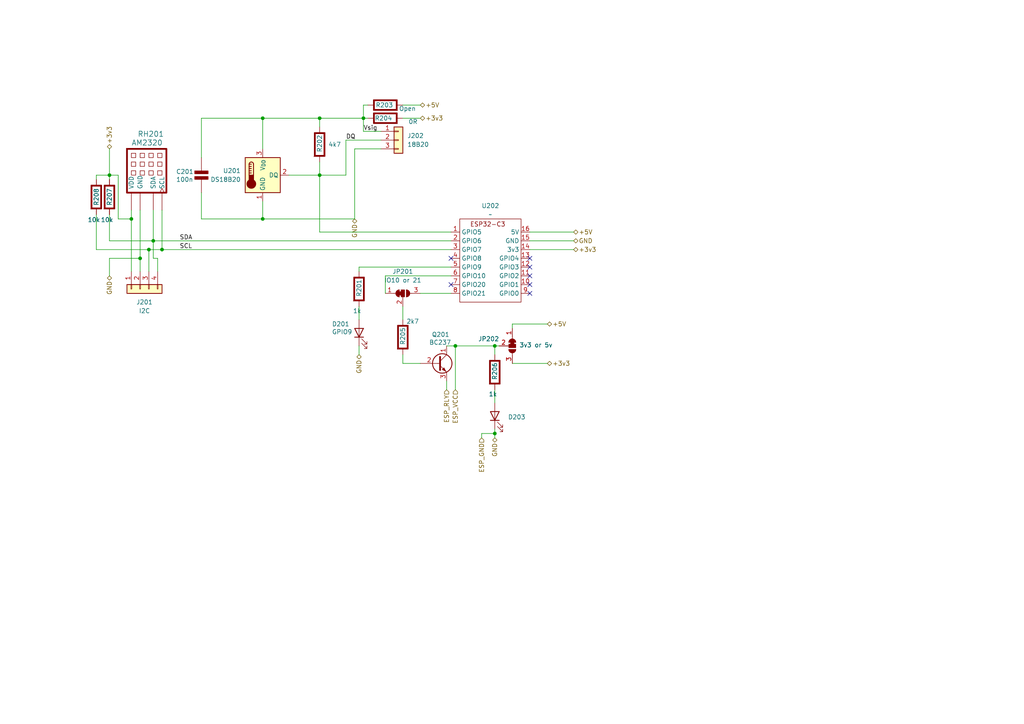
<source format=kicad_sch>
(kicad_sch (version 20231120) (generator "eeschema") (generator_version "8.0")
  (paper "A4")
  (lib_symbols
    (symbol "Connector_Generic:Conn_01x04" (pin_names (offset 1.016) hide)
      (property "Reference" "J" (at 0 5.08 0))
      (property "Value" "Conn_01x04" (at 0 -7.62 0))
      (symbol "Conn_01x04_1_1"
        (rectangle (start -1.27 -4.953) (end 0 -5.207) (stroke (width 0.1524)))
        (rectangle (start -1.27 -2.413) (end 0 -2.667) (stroke (width 0.1524)))
        (rectangle (start -1.27 0.127) (end 0 -0.127) (stroke (width 0.1524)))
        (rectangle (start -1.27 2.667) (end 0 2.413) (stroke (width 0.1524)))
        (rectangle (start -1.27 3.81) (end 1.27 -6.35) (stroke (width 0.254)) (fill (type background)))
        (pin passive line (at -5.08 2.54 0) (length 3.81) (name "Pin_1") (number "1"))
        (pin passive line (at -5.08 0 0) (length 3.81) (name "Pin_2") (number "2"))
        (pin passive line (at -5.08 -2.54 0) (length 3.81) (name "Pin_3") (number "3"))
        (pin passive line (at -5.08 -5.08 0) (length 3.81) (name "Pin_4") (number "4"))
      )
    )
    (symbol "Device:LED" (pin_numbers hide) (pin_names (offset 1.016) hide)
      (property "Reference" "D" (at 0 2.54 0))
      (property "Value" "LED" (at 0 -2.54 0))
      (symbol "LED_0_1"
        (polyline (pts (xy -1.27 -1.27) (xy -1.27 1.27)) (stroke (width 0.254)))
        (polyline (pts (xy -1.27 0) (xy 1.27 0)))
        (polyline (pts (xy 1.27 -1.27) (xy 1.27 1.27) (xy -1.27 0) (xy 1.27 -1.27)) (stroke (width 0.254)))
        (polyline (pts (xy -3.048 -0.762) (xy -4.572 -2.286) (xy -3.81 -2.286) (xy -4.572 -2.286) (xy -4.572 -1.524)))
        (polyline (pts (xy -1.778 -0.762) (xy -3.302 -2.286) (xy -2.54 -2.286) (xy -3.302 -2.286) (xy -3.302 -1.524)))
      )
      (symbol "LED_1_1"
        (pin passive line (at -3.81 0 0) (length 2.54) (name "K") (number "1"))
        (pin passive line (at 3.81 0 180) (length 2.54) (name "A") (number "2"))
      )
    )
    (symbol "Jumper:SolderJumper_3_Bridged12" (pin_names (offset 0) hide) (exclude_from_sim yes) (in_bom no)
      (property "Reference" "JP" (at -2.54 -2.54 0))
      (property "Value" "SolderJumper_3_Bridged12" (at 0 2.794 0))
      (symbol "SolderJumper_3_Bridged12_0_1"
        (rectangle (start -1.016 0.508) (end -0.508 -0.508) (fill (type outline)))
        (arc (start -1.016 1.016) (mid -2.0276 0) (end -1.016 -1.016))
        (arc (start -1.016 1.016) (mid -2.0276 0) (end -1.016 -1.016) (fill (type outline)))
        (rectangle (start -0.508 1.016) (end 0.508 -1.016) (fill (type outline)))
        (polyline (pts (xy -2.54 0) (xy -2.032 0)))
        (polyline (pts (xy -1.016 1.016) (xy -1.016 -1.016)))
        (polyline (pts (xy 0 -1.27) (xy 0 -1.016)))
        (polyline (pts (xy 1.016 1.016) (xy 1.016 -1.016)))
        (polyline (pts (xy 2.54 0) (xy 2.032 0)))
        (arc (start 1.016 -1.016) (mid 2.0276 0) (end 1.016 1.016))
        (arc (start 1.016 -1.016) (mid 2.0276 0) (end 1.016 1.016) (fill (type outline)))
      )
      (symbol "SolderJumper_3_Bridged12_1_1"
        (pin passive line (at -5.08 0 0) (length 2.54) (name "A") (number "1"))
        (pin passive line (at 0 -3.81 90) (length 2.54) (name "C") (number "2"))
        (pin passive line (at 5.08 0 180) (length 2.54) (name "B") (number "3"))
      )
    )
    (symbol "PCM_4ms_Connector:Conn_01x03" (pin_names (offset 1.016) hide)
      (property "Reference" "J" (at 0 5.08 0))
      (property "Value" "Conn_01x03" (at 0 -5.08 0))
      (symbol "Conn_01x03_1_1"
        (rectangle (start -1.27 -2.413) (end 0 -2.667) (stroke (width 0.1524)))
        (rectangle (start -1.27 0.127) (end 0 -0.127) (stroke (width 0.1524)))
        (rectangle (start -1.27 2.667) (end 0 2.413) (stroke (width 0.1524)))
        (rectangle (start -1.27 3.81) (end 1.27 -3.81) (stroke (width 0.254)) (fill (type background)))
        (pin passive line (at -5.08 2.54 0) (length 3.81) (name "Pin_1") (number "1"))
        (pin passive line (at -5.08 0 0) (length 3.81) (name "Pin_2") (number "2"))
        (pin passive line (at -5.08 -2.54 0) (length 3.81) (name "Pin_3") (number "3"))
      )
    )
    (symbol "PCM_Elektuur:C" (pin_numbers hide) (pin_names (offset 0) hide)
      (property "Reference" "C" (at 0.635 3.175 0))
      (property "Value" "C" (at 0.635 -3.175 0))
      (symbol "C_1_1"
        (rectangle (start -1.905 -0.4318) (end 1.905 -1.1938) (stroke (width 0.254)) (fill (type outline)))
        (rectangle (start -1.905 1.1938) (end 1.905 0.4318) (stroke (width 0.254)) (fill (type outline)))
        (pin passive line (at 0 5.08 270) (length 3.8862) (name "+") (number "1"))
        (pin passive line (at 0 -5.08 90) (length 3.8862) (name "-") (number "2"))
      )
      (symbol "C_1_2"
        (polyline (pts (xy -1.905 -1.4986) (xy 1.905 -1.4986) (xy 1.905 -0.4318) (xy -1.905 -0.4318) (xy -1.905 -1.4986) (xy -1.8034 -1.397) (xy -1.8034 -0.5334) (xy 1.8034 -0.5334) (xy 1.8034 -1.397) (xy -1.8034 -1.397) (xy -1.905 -1.4986)) (stroke (width 0.254)) (fill (type outline)))
        (polyline (pts (xy -1.905 0.4318) (xy 1.905 0.4318) (xy 1.905 1.4986) (xy -1.905 1.4986) (xy -1.905 0.4318) (xy -1.8034 0.5334) (xy -1.8034 1.397) (xy 1.8034 1.397) (xy 1.8034 0.5334) (xy -1.8034 0.5334) (xy -1.905 0.4318)) (stroke (width 0.254)) (fill (type outline)))
        (pin passive line (at 0 5.08 270) (length 3.5814) (name "+") (number "1"))
        (pin passive line (at 0 -5.08 90) (length 3.5814) (name "-") (number "2"))
      )
    )
    (symbol "PCM_Elektuur:R" (pin_numbers hide) (pin_names (offset 0) hide)
      (property "Reference" "R" (at 2.54 3.175 0))
      (property "Value" "R" (at 0 0 90))
      (symbol "R_1_1"
        (polyline (pts (xy -1.524 -3.429) (xy 1.524 -3.429) (xy 1.524 3.429) (xy -1.524 3.429) (xy -1.524 -3.429) (xy -1.27 -3.175) (xy -1.27 3.175) (xy 1.27 3.175) (xy 1.27 -3.175) (xy -1.27 -3.175) (xy -1.524 -3.429)) (stroke (width 0.254)) (fill (type outline)))
        (pin passive line (at 0 5.08 270) (length 1.651) (name "+") (number "1"))
        (pin passive line (at 0 -5.08 90) (length 1.651) (name "-") (number "2"))
      )
      (symbol "R_1_2"
        (polyline (pts (xy -0.508 -3.429) (xy 1.524 -3.429) (xy 1.524 3.429) (xy -0.508 3.429) (xy -0.508 3.175) (xy 1.27 3.175) (xy 1.27 -3.175) (xy -0.508 -3.175) (xy -0.508 -3.429)) (stroke (width 0.254)) (fill (type outline)))
        (pin passive line (at 0 5.08 270) (length 1.651) (name "+") (number "1"))
        (pin passive line (at 0 -5.08 90) (length 1.651) (name "-") (number "2"))
      )
      (symbol "R_1_3"
        (polyline (pts (xy 0 3.4798) (xy 0 3.2004) (xy 0.7112 2.794) (xy -1.1938 1.6764) (xy 0.7112 0.5588) (xy -1.1938 -0.5588) (xy 0.7112 -1.6764) (xy -1.1938 -2.794) (xy 0 -3.4798) (xy 0 -3.2004) (xy -0.7112 -2.794) (xy 1.1938 -1.6764) (xy -0.7112 -0.5588) (xy 1.1938 0.5588) (xy -0.7112 1.6764) (xy 1.1938 2.794) (xy 0 3.4798)) (stroke (width 0.254)) (fill (type outline)))
        (pin passive line (at 0 5.08 270) (length 1.6002) (name "+") (number "1"))
        (pin passive line (at 0 -5.08 90) (length 1.6002) (name "-") (number "2"))
      )
      (symbol "R_1_4"
        (polyline (pts (xy 0 4.5466) (xy 0 4.2672) (xy 0.0508 4.2418) (xy 1.016 3.683) (xy -1.524 2.2098) (xy 1.016 0.7366) (xy -1.524 -0.7366) (xy 1.016 -2.2098) (xy -1.524 -3.683) (xy -0.0762 -4.5212) (xy 0 -4.5466) (xy 0 -4.2672) (xy -0.0508 -4.2418) (xy -1.016 -3.683) (xy 1.524 -2.2098) (xy -1.016 -0.7366) (xy 1.524 0.7366) (xy -1.016 2.2098) (xy 1.524 3.683) (xy 0.0762 4.5212) (xy 0 4.5466)) (stroke (width 0.254)) (fill (type outline)))
        (pin passive line (at 0 5.08 270) (length 0.5334) (name "+") (number "1"))
        (pin passive line (at 0 -5.08 90) (length 0.5334) (name "-") (number "2"))
      )
    )
    (symbol "Sensor_Temperature:DS18B20"
      (property "Reference" "U" (at -3.81 6.35 0))
      (property "Value" "DS18B20" (at 6.35 6.35 0))
      (symbol "DS18B20_0_1"
        (rectangle (start -5.08 5.08) (end 5.08 -5.08) (stroke (width 0.254)) (fill (type background)))
        (circle (center -3.302 -2.54) (radius 1.27) (stroke (width 0.254)) (fill (type outline)))
        (rectangle (start -2.667 -1.905) (end -3.937 0) (stroke (width 0.254)) (fill (type outline)))
        (arc (start -2.667 3.175) (mid -3.302 3.8073) (end -3.937 3.175) (stroke (width 0.254)))
        (polyline (pts (xy -3.937 0.635) (xy -3.302 0.635)) (stroke (width 0.254)))
        (polyline (pts (xy -3.937 1.27) (xy -3.302 1.27)) (stroke (width 0.254)))
        (polyline (pts (xy -3.937 1.905) (xy -3.302 1.905)) (stroke (width 0.254)))
        (polyline (pts (xy -3.937 2.54) (xy -3.302 2.54)) (stroke (width 0.254)))
        (polyline (pts (xy -3.937 3.175) (xy -3.937 0)) (stroke (width 0.254)))
        (polyline (pts (xy -3.937 3.175) (xy -3.302 3.175)) (stroke (width 0.254)))
        (polyline (pts (xy -2.667 3.175) (xy -2.667 0)) (stroke (width 0.254)))
      )
      (symbol "DS18B20_1_1"
        (pin power_in line (at 0 -7.62 90) (length 2.54) (name "GND") (number "1"))
        (pin bidirectional line (at 7.62 0 180) (length 2.54) (name "DQ") (number "2"))
        (pin power_in line (at 0 7.62 270) (length 2.54) (name "V_{DD}") (number "3"))
      )
    )
    (symbol "Transistor_BJT:BC547" (pin_names (offset 0) hide)
      (property "Reference" "Q" (at 5.08 1.905 0))
      (property "Value" "BC547" (at 5.08 0 0))
      (symbol "BC547_0_1"
        (polyline (pts (xy 0 0) (xy 0.635 0)))
        (polyline (pts (xy 0.635 0.635) (xy 2.54 2.54)))
        (polyline (pts (xy 0.635 -0.635) (xy 2.54 -2.54) (xy 2.54 -2.54)))
        (polyline (pts (xy 0.635 1.905) (xy 0.635 -1.905) (xy 0.635 -1.905)) (stroke (width 0.508)))
        (polyline (pts (xy 1.27 -1.778) (xy 1.778 -1.27) (xy 2.286 -2.286) (xy 1.27 -1.778) (xy 1.27 -1.778)) (fill (type outline)))
        (circle (center 1.27 0) (radius 2.8194) (stroke (width 0.254)))
      )
      (symbol "BC547_1_1"
        (pin passive line (at 2.54 5.08 270) (length 2.54) (name "C") (number "1"))
        (pin input line (at -5.08 0 0) (length 5.08) (name "B") (number "2"))
        (pin passive line (at 2.54 -5.08 90) (length 2.54) (name "E") (number "3"))
      )
    )
    (symbol "nosuz:AM2320" (pin_numbers hide) (pin_names (offset 1.016))
      (property "Reference" "RH" (at 0 11.43 0))
      (property "Value" "AM2320" (at -6.35 3.81 90))
      (symbol "AM2320_0_1"
        (rectangle (start -3.81 3.81) (end -2.54 2.54))
        (rectangle (start -3.81 6.35) (end -2.54 5.08))
        (rectangle (start -3.81 8.89) (end -2.54 7.62))
        (rectangle (start -1.27 3.81) (end 0 2.54))
        (rectangle (start -1.27 6.35) (end 0 5.08))
        (rectangle (start -1.27 8.89) (end 0 7.62))
        (rectangle (start 1.27 3.81) (end 2.54 2.54))
        (rectangle (start 1.27 6.35) (end 2.54 5.08))
        (rectangle (start 1.27 8.89) (end 2.54 7.62))
        (rectangle (start 3.81 3.81) (end 5.08 2.54))
        (rectangle (start 3.81 6.35) (end 5.08 5.08))
        (rectangle (start 3.81 8.89) (end 5.08 7.62))
        (rectangle (start 6.35 -2.54) (end -5.08 10.16) (stroke (width 0.508)))
      )
      (symbol "AM2320_1_1"
        (pin passive line (at -3.81 -7.62 90) (length 5.08) (name "VDD") (number "1"))
        (pin bidirectional line (at 2.54 -7.62 90) (length 5.08) (name "SDA") (number "2"))
        (pin passive line (at -1.27 -7.62 90) (length 5.08) (name "GND") (number "3"))
        (pin input clock (at 5.08 -7.62 90) (length 5.08) (name "SCL") (number "4"))
      )
    )
    (symbol "wemos_mini:ESP32-C3_SuperMini"
      (property "Reference" "U" (at 0 2.286 0))
      (symbol "ESP32-C3_SuperMini_0_1"
        (rectangle (start -8.89 1.27) (end 8.89 -22.86))
      )
      (symbol "ESP32-C3_SuperMini_1_1"
        (text "ESP32-C3" (at -0.762 -0.254 0) (effects (font (size 1.27 1.27))))
        (pin bidirectional line (at -11.43 -2.54 0) (length 2.54) (name "GPIO5") (number "1"))
        (pin bidirectional line (at 11.43 -17.78 180) (length 2.54) (name "GPIO1") (number "10"))
        (pin bidirectional line (at 11.43 -15.24 180) (length 2.54) (name "GPIO2") (number "11"))
        (pin bidirectional line (at 11.43 -12.7 180) (length 2.54) (name "GPIO3") (number "12"))
        (pin power_out line (at 11.43 -10.16 180) (length 2.54) (name "GPIO4") (number "13"))
        (pin power_out line (at 11.43 -7.62 180) (length 2.54) (name "3v3") (number "14"))
        (pin power_in line (at 11.43 -5.08 180) (length 2.54) (name "GND") (number "15"))
        (pin power_in line (at 11.43 -2.54 180) (length 2.54) (name "5V") (number "16"))
        (pin bidirectional line (at -11.43 -5.08 0) (length 2.54) (name "GPIO6") (number "2"))
        (pin bidirectional line (at -11.43 -7.62 0) (length 2.54) (name "GPIO7") (number "3"))
        (pin bidirectional line (at -11.43 -10.16 0) (length 2.54) (name "GPIO8") (number "4"))
        (pin bidirectional line (at -11.43 -12.7 0) (length 2.54) (name "GPIO9") (number "5"))
        (pin bidirectional line (at -11.43 -15.24 0) (length 2.54) (name "GPIO10") (number "6"))
        (pin bidirectional line (at -11.43 -17.78 0) (length 2.54) (name "GPIO20") (number "7"))
        (pin bidirectional line (at -11.43 -20.32 0) (length 2.54) (name "GPIO21") (number "8"))
        (pin bidirectional line (at 11.43 -20.32 180) (length 2.54) (name "GPIO0") (number "9"))
      )
    )
  )
  (junction (at 40.64 74.93))
  (junction (at 105.41 34.29))
  (junction (at 31.75 50.8))
  (junction (at 143.51 100.33))
  (junction (at 46.99 72.39))
  (junction (at 92.71 50.8))
  (junction (at 43.18 72.39))
  (junction (at 76.2 63.5))
  (junction (at 132.08 100.33))
  (junction (at 44.45 69.85))
  (junction (at 92.71 34.29))
  (junction (at 38.1 63.5))
  (junction (at 143.51 125.73))
  (junction (at 76.2 34.29))
  (no_connect (at 153.67 74.93))
  (no_connect (at 153.67 85.09))
  (no_connect (at 153.67 82.55))
  (no_connect (at 153.67 80.01))
  (no_connect (at 130.81 74.93))
  (no_connect (at 153.67 77.47))
  (no_connect (at 130.81 82.55))
  (wire (pts (xy 43.18 72.39) (xy 46.99 72.39)))
  (wire (pts (xy 143.51 125.73) (xy 143.51 127)))
  (wire (pts (xy 58.42 34.29) (xy 76.2 34.29)))
  (wire (pts (xy 31.75 69.85) (xy 44.45 69.85)))
  (wire (pts (xy 102.87 43.18) (xy 110.49 43.18)))
  (wire (pts (xy 104.14 88.9) (xy 104.14 92.71)))
  (wire (pts (xy 158.75 105.41) (xy 148.59 105.41)))
  (wire (pts (xy 76.2 34.29) (xy 76.2 43.18)))
  (wire (pts (xy 104.14 100.33) (xy 104.14 102.87)))
  (wire (pts (xy 143.51 100.33) (xy 144.78 100.33)))
  (wire (pts (xy 121.92 105.41) (xy 116.84 105.41)))
  (wire (pts (xy 44.45 69.85) (xy 130.81 69.85)))
  (wire (pts (xy 38.1 78.74) (xy 38.1 63.5)))
  (wire (pts (xy 129.54 113.03) (xy 129.54 110.49)))
  (wire (pts (xy 27.94 50.8) (xy 27.94 52.07)))
  (wire (pts (xy 158.75 93.98) (xy 148.59 93.98)))
  (wire (pts (xy 100.33 50.8) (xy 92.71 50.8)))
  (wire (pts (xy 116.84 105.41) (xy 116.84 102.87)))
  (wire (pts (xy 92.71 46.99) (xy 92.71 50.8)))
  (wire (pts (xy 143.51 124.46) (xy 143.51 125.73)))
  (wire (pts (xy 27.94 72.39) (xy 43.18 72.39)))
  (wire (pts (xy 105.41 34.29) (xy 106.68 34.29)))
  (wire (pts (xy 76.2 58.42) (xy 76.2 63.5)))
  (wire (pts (xy 44.45 74.93) (xy 44.45 69.85)))
  (wire (pts (xy 34.29 63.5) (xy 38.1 63.5)))
  (wire (pts (xy 143.51 113.03) (xy 143.51 116.84)))
  (wire (pts (xy 31.75 80.01) (xy 31.75 74.93)))
  (wire (pts (xy 132.08 100.33) (xy 132.08 113.03)))
  (wire (pts (xy 31.75 74.93) (xy 40.64 74.93)))
  (wire (pts (xy 27.94 50.8) (xy 31.75 50.8)))
  (wire (pts (xy 143.51 100.33) (xy 143.51 102.87)))
  (wire (pts (xy 92.71 67.31) (xy 92.71 50.8)))
  (wire (pts (xy 116.84 34.29) (xy 121.92 34.29)))
  (wire (pts (xy 105.41 38.1) (xy 110.49 38.1)))
  (wire (pts (xy 58.42 45.72) (xy 58.42 34.29)))
  (wire (pts (xy 116.84 88.9) (xy 116.84 92.71)))
  (wire (pts (xy 153.67 67.31) (xy 166.37 67.31)))
  (wire (pts (xy 130.81 77.47) (xy 104.14 77.47)))
  (wire (pts (xy 121.92 30.48) (xy 116.84 30.48)))
  (wire (pts (xy 31.75 50.8) (xy 34.29 50.8)))
  (wire (pts (xy 111.76 85.09) (xy 111.76 80.01)))
  (wire (pts (xy 111.76 80.01) (xy 130.81 80.01)))
  (wire (pts (xy 92.71 67.31) (xy 130.81 67.31)))
  (wire (pts (xy 105.41 34.29) (xy 105.41 38.1)))
  (wire (pts (xy 58.42 63.5) (xy 76.2 63.5)))
  (wire (pts (xy 105.41 30.48) (xy 105.41 34.29)))
  (wire (pts (xy 31.75 43.18) (xy 31.75 50.8)))
  (wire (pts (xy 31.75 62.23) (xy 31.75 69.85)))
  (wire (pts (xy 100.33 40.64) (xy 100.33 50.8)))
  (wire (pts (xy 76.2 34.29) (xy 92.71 34.29)))
  (wire (pts (xy 121.92 85.09) (xy 130.81 85.09)))
  (wire (pts (xy 40.64 74.93) (xy 40.64 78.74)))
  (wire (pts (xy 43.18 72.39) (xy 43.18 78.74)))
  (wire (pts (xy 44.45 69.85) (xy 44.45 60.96)))
  (wire (pts (xy 31.75 50.8) (xy 31.75 52.07)))
  (wire (pts (xy 45.72 74.93) (xy 44.45 74.93)))
  (wire (pts (xy 139.7 125.73) (xy 143.51 125.73)))
  (wire (pts (xy 153.67 69.85) (xy 166.37 69.85)))
  (wire (pts (xy 130.81 72.39) (xy 46.99 72.39)))
  (wire (pts (xy 129.54 100.33) (xy 132.08 100.33)))
  (wire (pts (xy 46.99 60.96) (xy 46.99 72.39)))
  (wire (pts (xy 92.71 34.29) (xy 105.41 34.29)))
  (wire (pts (xy 106.68 30.48) (xy 105.41 30.48)))
  (wire (pts (xy 104.14 77.47) (xy 104.14 78.74)))
  (wire (pts (xy 34.29 50.8) (xy 34.29 63.5)))
  (wire (pts (xy 38.1 63.5) (xy 38.1 60.96)))
  (wire (pts (xy 58.42 55.88) (xy 58.42 63.5)))
  (wire (pts (xy 102.87 43.18) (xy 102.87 63.5)))
  (wire (pts (xy 139.7 127) (xy 139.7 125.73)))
  (wire (pts (xy 132.08 100.33) (xy 143.51 100.33)))
  (wire (pts (xy 40.64 60.96) (xy 40.64 74.93)))
  (wire (pts (xy 83.82 50.8) (xy 92.71 50.8)))
  (wire (pts (xy 153.67 72.39) (xy 166.37 72.39)))
  (wire (pts (xy 100.33 40.64) (xy 110.49 40.64)))
  (wire (pts (xy 92.71 34.29) (xy 92.71 36.83)))
  (wire (pts (xy 45.72 78.74) (xy 45.72 74.93)))
  (wire (pts (xy 76.2 63.5) (xy 102.87 63.5)))
  (wire (pts (xy 27.94 62.23) (xy 27.94 72.39)))
  (wire (pts (xy 148.59 93.98) (xy 148.59 95.25)))
  (label "SDA" (at 52.07 69.85 0))
  (label "SCL" (at 52.07 72.39 0))
  (label "Vsig" (at 105.41 38.1 0))
  (label "DQ" (at 100.33 40.64 0))
  (hierarchical_label "+3v3" (shape bidirectional) (at 31.75 43.18 90))
  (hierarchical_label "+3v3" (shape bidirectional) (at 158.75 105.41 0))
  (hierarchical_label "GND" (shape bidirectional) (at 143.51 127 270))
  (hierarchical_label "ESP_VCC" (shape input) (at 132.08 113.03 270))
  (hierarchical_label "+3v3" (shape bidirectional) (at 166.37 72.39 0))
  (hierarchical_label "GND" (shape bidirectional) (at 166.37 69.85 0))
  (hierarchical_label "ESP_GND" (shape input) (at 139.7 127 270))
  (hierarchical_label "ESP_RLY" (shape input) (at 129.54 113.03 270))
  (hierarchical_label "+3v3" (shape bidirectional) (at 121.92 34.29 0))
  (hierarchical_label "+5V" (shape bidirectional) (at 158.75 93.98 0))
  (hierarchical_label "+5V" (shape bidirectional) (at 166.37 67.31 0))
  (hierarchical_label "GND" (shape bidirectional) (at 31.75 80.01 270))
  (hierarchical_label "GND" (shape bidirectional) (at 104.14 102.87 270))
  (hierarchical_label "+5V" (shape bidirectional) (at 121.92 30.48 0))
  (hierarchical_label "GND" (shape bidirectional) (at 102.87 63.5 270))
  (symbol (lib_id "PCM_Elektuur:R") (at 92.71 41.91 0) (unit 1)
    (property "Reference" "R202" (at 92.71 44.196 90) (effects (justify left)))
    (property "Value" "4k7" (at 95.25 41.91 0) (effects (justify left)))
    (property "Footprint" "Resistor_SMD:R_0805_2012Metric" (effects (hide yes)))
    (property "Description" "resistor" (effects (hide yes)))
    (property "Indicator" "+" (effects (hide yes)))
    (property "Rating" "W" (effects (hide yes)))
  )
  (symbol (lib_id "Transistor_BJT:BC547") (at 127 105.41 0) (unit 1)
    (property "Reference" "Q201" (at 125.222 97.028 0) (effects (justify left)))
    (property "Value" "BC237" (at 124.46 99.314 0) (effects (justify left)))
    (property "Footprint" "Package_TO_SOT_THT:TO-92_Inline" (effects (hide yes)))
    (property "Datasheet" "https://www.onsemi.com/pub/Collateral/BC550-D.pdf" (effects (hide yes)))
    (property "Description" "0.1A Ic, 45V Vce, Small Signal NPN Transistor, TO-92" (effects (hide yes)))
  )
  (symbol (lib_id "PCM_Elektuur:R") (at 111.76 34.29 90) (unit 1)
    (property "Reference" "R204" (at 113.792 34.29 90) (effects (justify left)))
    (property "Value" "0R" (at 121.158 35.306 90) (effects (justify left)))
    (property "Footprint" "Resistor_SMD:R_0805_2012Metric" (effects (hide yes)))
    (property "Description" "resistor" (effects (hide yes)))
    (property "Indicator" "+" (effects (hide yes)))
    (property "Rating" "W" (effects (hide yes)))
  )
  (symbol (lib_id "Sensor_Temperature:DS18B20") (at 76.2 50.8 0) (unit 1)
    (property "Reference" "U201" (at 69.85 49.5299 0) (effects (justify right)))
    (property "Value" "DS18B20" (at 69.85 52.0699 0) (effects (justify right)))
    (property "Footprint" "Package_TO_SOT_THT:TO-92_Inline" (effects (hide yes)))
    (property "Datasheet" "http://datasheets.maximintegrated.com/en/ds/DS18B20.pdf" (effects (hide yes)))
    (property "Description" "Programmable Resolution 1-Wire Digital Thermometer TO-92" (effects (hide yes)))
  )
  (symbol (lib_id "PCM_Elektuur:R") (at 111.76 30.48 90) (unit 1)
    (property "Reference" "R203" (at 114.046 30.48 90) (effects (justify left)))
    (property "Value" "Open" (at 120.65 31.496 90) (effects (justify left)))
    (property "Footprint" "Resistor_SMD:R_0805_2012Metric" (effects (hide yes)))
    (property "Description" "resistor" (effects (hide yes)))
    (property "Indicator" "+" (effects (hide yes)))
    (property "Rating" "W" (effects (hide yes)))
  )
  (symbol (lib_id "PCM_Elektuur:R") (at 116.84 97.79 0) (unit 1)
    (property "Reference" "R205" (at 116.84 100.076 90) (effects (justify left)))
    (property "Value" "2k7" (at 117.856 93.218 0) (effects (justify left)))
    (property "Footprint" "Resistor_SMD:R_0805_2012Metric" (effects (hide yes)))
    (property "Description" "resistor" (effects (hide yes)))
    (property "Indicator" "+" (effects (hide yes)))
    (property "Rating" "W" (effects (hide yes)))
  )
  (symbol (lib_id "PCM_Elektuur:R") (at 31.75 57.15 0) (unit 1)
    (property "Reference" "R207" (at 31.75 59.69 90) (effects (justify left)))
    (property "Value" "10k" (at 29.21 63.754 0) (effects (justify left)))
    (property "Footprint" "Resistor_SMD:R_0805_2012Metric" (effects (hide yes)))
    (property "Description" "resistor" (effects (hide yes)))
    (property "Indicator" "+" (effects (hide yes)))
    (property "Rating" "W" (effects (hide yes)))
  )
  (symbol (lib_id "PCM_Elektuur:R") (at 104.14 83.82 0) (unit 1)
    (property "Reference" "R201" (at 104.14 86.106 90) (effects (justify left)))
    (property "Value" "1k" (at 102.362 90.17 0) (effects (justify left)))
    (property "Footprint" "Resistor_SMD:R_0805_2012Metric" (effects (hide yes)))
    (property "Description" "resistor" (effects (hide yes)))
    (property "Indicator" "+" (effects (hide yes)))
    (property "Rating" "W" (effects (hide yes)))
  )
  (symbol (lib_id "PCM_4ms_Connector:Conn_01x03") (at 115.57 40.64 0) (unit 1)
    (property "Reference" "J202" (at 118.11 39.3699 0) (effects (justify left)))
    (property "Value" "18B20" (at 118.11 41.9099 0) (effects (justify left)))
    (property "Footprint" "PCM_4ms_Connector:Pins_1x03_2.54mm_TH" (effects (hide yes)))
    (property "Description" "HEADER 1x3 MALE PINS 0.100” 180deg" (effects (hide yes)))
    (property "Specifications" "HEADER 1x3 MALE PINS 0.100” 180deg" (effects (hide yes)))
    (property "Manufacturer" "TAD" (effects (hide yes)))
    (property "Part Number" "1-0301FBV0T" (effects (hide yes)))
  )
  (symbol (lib_id "wemos_mini:ESP32-C3_SuperMini") (at 142.24 64.77 0) (unit 1)
    (property "Reference" "U202" (at 142.24 59.69 0))
    (property "Value" "~" (at 142.24 62.23 0))
    (property "Footprint" "AJ_2024_Library:ESP32-C3-Supermini" (effects (hide yes)))
  )
  (symbol (lib_id "PCM_Elektuur:R") (at 27.94 57.15 0) (unit 1)
    (property "Reference" "R208" (at 27.94 59.69 90) (effects (justify left)))
    (property "Value" "10k" (at 25.4 63.754 0) (effects (justify left)))
    (property "Footprint" "Resistor_SMD:R_0805_2012Metric" (effects (hide yes)))
    (property "Description" "resistor" (effects (hide yes)))
    (property "Indicator" "+" (effects (hide yes)))
    (property "Rating" "W" (effects (hide yes)))
  )
  (symbol (lib_id "Jumper:SolderJumper_3_Bridged12") (at 116.84 85.09 0) (unit 1) (exclude_from_sim yes) (in_bom no)
    (property "Reference" "JP201" (at 116.84 78.74 0))
    (property "Value" "IO10 or 21" (at 116.84 81.28 0))
    (property "Footprint" "Jumper:SolderJumper-3_P1.3mm_Bridged12_RoundedPad1.0x1.5mm_NumberLabels" (effects (hide yes)))
    (property "Description" "3-pole Solder Jumper, pins 1+2 closed/bridged" (effects (hide yes)))
  )
  (symbol (lib_id "PCM_Elektuur:R") (at 143.51 107.95 0) (unit 1)
    (property "Reference" "R206" (at 143.51 110.236 90) (effects (justify left)))
    (property "Value" "1k" (at 141.732 114.3 0) (effects (justify left)))
    (property "Footprint" "Resistor_SMD:R_0805_2012Metric" (effects (hide yes)))
    (property "Description" "resistor" (effects (hide yes)))
    (property "Indicator" "+" (effects (hide yes)))
    (property "Rating" "W" (effects (hide yes)))
  )
  (symbol (lib_id "Device:LED") (at 143.51 120.65 90) (unit 1)
    (property "Reference" "D203" (at 147.32 120.9674 90) (effects (justify right)))
    (property "Value" "PWR" (effects (hide yes)))
    (property "Footprint" "LED_THT:LED_D3.0mm" (effects (hide yes)))
    (property "Description" "Light emitting diode" (effects (hide yes)))
  )
  (symbol (lib_id "Jumper:SolderJumper_3_Bridged12") (at 148.59 100.33 270) (unit 1) (exclude_from_sim yes) (in_bom no)
    (property "Reference" "JP202" (at 141.732 98.298 90))
    (property "Value" "3v3 or 5v" (at 155.448 100.076 90))
    (property "Footprint" "Jumper:SolderJumper-3_P1.3mm_Bridged12_RoundedPad1.0x1.5mm_NumberLabels" (effects (hide yes)))
    (property "Description" "3-pole Solder Jumper, pins 1+2 closed/bridged" (effects (hide yes)))
  )
  (symbol (lib_id "nosuz:AM2320") (at 41.91 53.34 0) (unit 1)
    (property "Reference" "RH201" (at 39.878 38.862 0) (effects (font (size 1.524 1.524)) (justify left)))
    (property "Value" "AM2320" (at 38.1 41.402 0) (effects (font (size 1.524 1.524)) (justify left)))
    (property "Footprint" "Sensor:ASAIR_AM2302_P2.54mm_Vertical" (effects (hide yes)))
    (property "Description" "Temp and Relative Humidity Sensor" (effects (hide yes)))
  )
  (symbol (lib_id "Connector_Generic:Conn_01x04") (at 40.64 83.82 90) (mirror x) (unit 1)
    (property "Reference" "J201" (at 41.91 87.63 90))
    (property "Value" "I2C" (at 41.91 90.17 90))
    (property "Footprint" "PCM_4ms_Connector:Pins_1x04_2.54mm_TH" (effects (hide yes)))
    (property "Description" "Generic connector, single row, 01x04, script generated (kicad-library-utils/schlib/autogen/connector/)" (effects (hide yes)))
  )
  (symbol (lib_id "Device:LED") (at 104.14 96.52 90) (unit 1)
    (property "Reference" "D201" (at 96.266 93.98 90) (effects (justify right)))
    (property "Value" "GPIO9" (at 96.266 96.266 90) (effects (justify right)))
    (property "Footprint" "LED_THT:LED_D3.0mm" (effects (hide yes)))
    (property "Description" "Light emitting diode" (effects (hide yes)))
  )
  (symbol (lib_id "PCM_Elektuur:C") (at 58.42 50.8 0) (unit 1)
    (property "Reference" "C201" (at 51.054 49.784 0) (effects (justify left)))
    (property "Value" "100n" (at 51.054 52.07 0) (effects (justify left)))
    (property "Footprint" "Capacitor_SMD:C_0805_2012Metric" (effects (hide yes)))
    (property "Description" "capacitor, non-polarized/bipolar" (effects (hide yes)))
    (property "Indicator" "+" (effects (hide yes)))
    (property "Rating" "V" (effects (hide yes)))
  )
)
</source>
